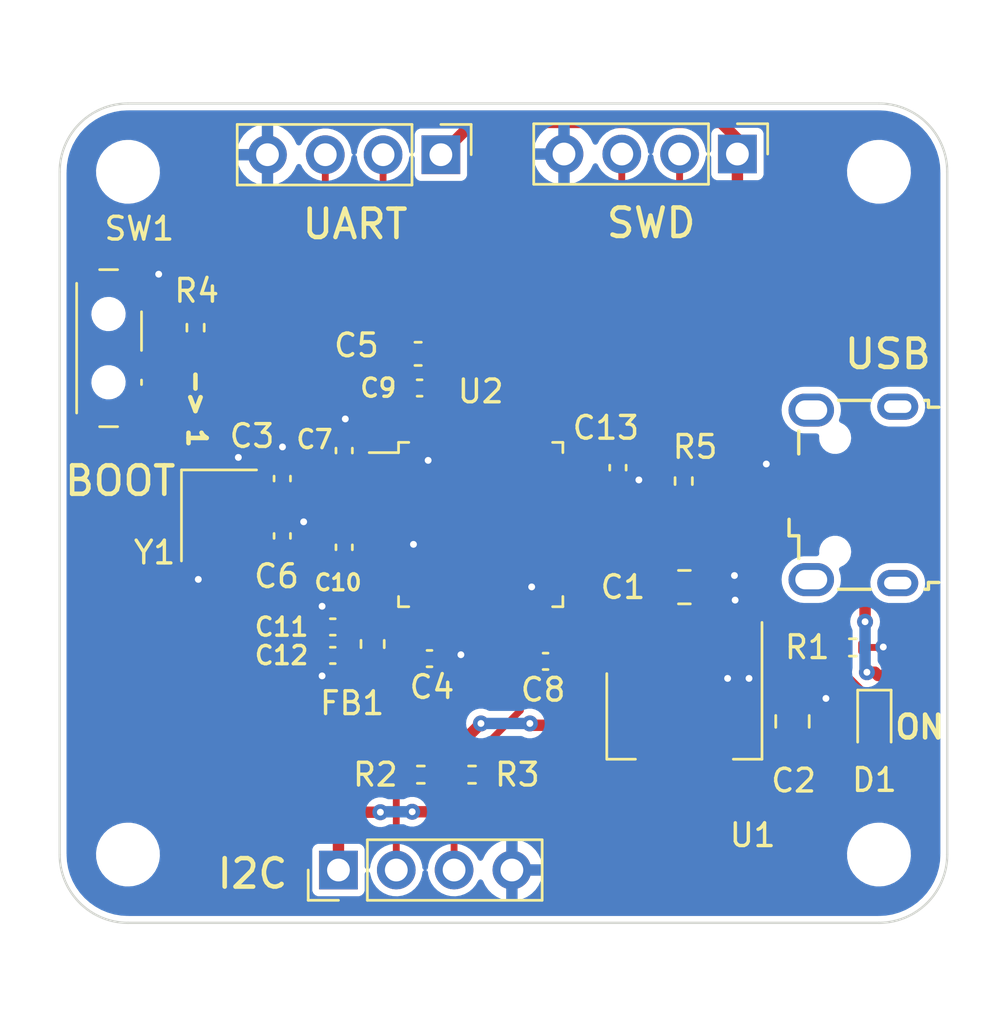
<source format=kicad_pcb>
(kicad_pcb (version 20211014) (generator pcbnew)
  (layers (0 "F.Cu" signal) (31 "B.Cu" power) (34 "B.Paste" user) (35 "F.Paste" user) (36 "B.SilkS" user "B.Silkscreen") (37 "F.SilkS" user "F.Silkscreen") (38 "B.Mask" user) (39 "F.Mask" user) (44 "Edge.Cuts" user))
  (net 0 "")
  (net 1 "VBUS")
  (net 2 "GND")
  (net 3 "+3.3V")
  (net 4 "/HSE_IN")
  (net 5 "/NRST")
  (net 6 "/HSE_OUT")
  (net 7 "+3.3VA")
  (net 8 "/PWR_LED_K")
  (net 9 "/USART1_TX")
  (net 10 "/USART1_RX")
  (net 11 "/I2C2_SCL")
  (net 12 "/I2C2_SDA")
  (net 13 "/SWDIO")
  (net 14 "/SWCLK")
  (net 15 "/USB_D-")
  (net 16 "/USB_D+")
  (net 19 "/SW_BOOT0")
  (net 20 "/BOOT0")
  (footprint "Connector_PinHeader_2.54mm:PinHeader_1x04_P2.54mm_Vertical" (layer "F.Cu") (at 37.25 69.25 -90)
    (fp_text reference "J1")
    (fp_text value "Conn_01x04_Male")
    (fp_line (start -1.33 -1.33) (end 0 -1.33) (layer "F.SilkS") (width 0.12))
    (fp_line (start 1.33 1.27) (end 1.33 8.95) (layer "F.SilkS") (width 0.12))
    (fp_line (start -1.33 0) (end -1.33 -1.33) (layer "F.SilkS") (width 0.12))
    (fp_line (start -1.33 8.95) (end 1.33 8.95) (layer "F.SilkS") (width 0.12))
    (fp_line (start -1.33 1.27) (end -1.33 8.95) (layer "F.SilkS") (width 0.12))
    (fp_line (start -1.33 1.27) (end 1.33 1.27) (layer "F.SilkS") (width 0.12))
    (pad "1" thru_hole rect (at 0 0 270) (size 1.7 1.7) (drill 1) (layers *.Cu *.Mask) (net 3 "+3.3V"))
    (pad "2" thru_hole oval (at 0 2.54 270) (size 1.7 1.7) (drill 1) (layers *.Cu *.Mask) (net 9 "/USART1_TX"))
    (pad "3" thru_hole oval (at 0 5.08 270) (size 1.7 1.7) (drill 1) (layers *.Cu *.Mask) (net 10 "/USART1_RX"))
    (pad "4" thru_hole oval (at 0 7.62 270) (size 1.7 1.7) (drill 1) (layers *.Cu *.Mask) (net 2 "GND"))
  )
  (footprint "Capacitor_SMD:C_0402_1005Metric" (layer "F.Cu") (at 32.5 91.25 180)
    (fp_text reference "C12" (at 2.25 0) (layer "F.SilkS") (effects (font (size 0.8 0.8))))
    (fp_text value "1u")
    (fp_line (start -0.107836 0.36) (end 0.107836 0.36) (layer "F.SilkS") (width 0.12))
    (fp_line (start -0.107836 -0.36) (end 0.107836 -0.36) (layer "F.SilkS") (width 0.12))
    (pad "1" smd roundrect (at -0.48 0 180) (size 0.56 0.62) (layers "F.Cu" "F.Paste" "F.Mask") (net 3 "+3.3V"))
    (pad "2" smd roundrect (at 0.48 0 180) (size 0.56 0.62) (layers "F.Cu" "F.Paste" "F.Mask") (net 2 "GND"))
  )
  (footprint "Button_Switch_SMD:SW_SPDT_PCM12" (layer "F.Cu") (at 22.975 77.75 -90)
    (fp_text reference "SW1" (at -5.25 -1.025 180) (layer "F.SilkS"))
    (fp_text value "SW_SPDT")
    (fp_line (start 1.4 -1.12) (end 1.6 -1.12) (layer "F.SilkS") (width 0.12))
    (fp_line (start 3.45 0.72) (end 3.45 -0.07) (layer "F.SilkS") (width 0.12))
    (fp_line (start -1.6 -1.12) (end 0.1 -1.12) (layer "F.SilkS") (width 0.12))
    (fp_line (start -3.45 -0.07) (end -3.45 0.72) (layer "F.SilkS") (width 0.12))
    (fp_line (start -2.85 1.73) (end 2.85 1.73) (layer "F.SilkS") (width 0.12))
    (pad "" np_thru_hole circle (at 1.5 0.33 270) (size 0.9 0.9) (drill 0.9) (layers *.Cu *.Mask))
    (pad "" np_thru_hole circle (at -1.5 0.33 270) (size 0.9 0.9) (drill 0.9) (layers *.Cu *.Mask))
    (pad "" smd rect (at 3.65 1.43 270) (size 1 0.8) (layers "F.Cu" "F.Paste" "F.Mask"))
    (pad "" smd rect (at 3.65 -0.78 270) (size 1 0.8) (layers "F.Cu" "F.Paste" "F.Mask"))
    (pad "" smd rect (at -3.65 1.43 270) (size 1 0.8) (layers "F.Cu" "F.Paste" "F.Mask"))
    (pad "" smd rect (at -3.65 -0.78 270) (size 1 0.8) (layers "F.Cu" "F.Paste" "F.Mask"))
    (pad "1" smd rect (at -2.25 -1.43 270) (size 0.7 1.5) (layers "F.Cu" "F.Paste" "F.Mask") (net 2 "GND"))
    (pad "2" smd rect (at 0.75 -1.43 270) (size 0.7 1.5) (layers "F.Cu" "F.Paste" "F.Mask") (net 19 "/SW_BOOT0"))
    (pad "3" smd rect (at 2.25 -1.43 270) (size 0.7 1.5) (layers "F.Cu" "F.Paste" "F.Mask") (net 3 "+3.3V"))
  )
  (footprint "LED_SMD:LED_0603_1608Metric" (layer "F.Cu") (at 56.3 94.26 -90)
    (fp_text reference "D1" (at 2.4625 0 180) (layer "F.SilkS"))
    (fp_text value "RED")
    (fp_line (start 0.8 -0.735) (end -1.485 -0.735) (layer "F.SilkS") (width 0.12))
    (fp_line (start -1.485 0.735) (end 0.8 0.735) (layer "F.SilkS") (width 0.12))
    (fp_line (start -1.485 -0.735) (end -1.485 0.735) (layer "F.SilkS") (width 0.12))
    (pad "1" smd roundrect (at -0.7875 0 270) (size 0.875 0.95) (layers "F.Cu" "F.Paste" "F.Mask") (net 8 "/PWR_LED_K"))
    (pad "2" smd roundrect (at 0.7875 0 270) (size 0.875 0.95) (layers "F.Cu" "F.Paste" "F.Mask") (net 3 "+3.3V"))
  )
  (footprint "MountingHole:MountingHole_2.2mm_M2" (layer "F.Cu") (at 56.5 70)
    (fp_text reference "H3")
    (fp_text value "MountingHole")
    (pad "" np_thru_hole circle (at 0 0) (size 2.2 2.2) (drill 2.2) (layers *.Cu *.Mask))
  )
  (footprint "Resistor_SMD:R_0402_1005Metric" (layer "F.Cu") (at 38.62 96.49)
    (fp_text reference "R3" (at 1.99 0) (layer "F.SilkS"))
    (fp_text value "1k5")
    (fp_line (start -0.153641 -0.38) (end 0.153641 -0.38) (layer "F.SilkS") (width 0.12))
    (fp_line (start -0.153641 0.38) (end 0.153641 0.38) (layer "F.SilkS") (width 0.12))
    (pad "1" smd roundrect (at -0.51 0) (size 0.54 0.64) (layers "F.Cu" "F.Paste" "F.Mask") (net 3 "+3.3V"))
    (pad "2" smd roundrect (at 0.51 0) (size 0.54 0.64) (layers "F.Cu" "F.Paste" "F.Mask") (net 12 "/I2C2_SDA"))
  )
  (footprint "Capacitor_SMD:C_0402_1005Metric" (layer "F.Cu") (at 30.28 83.48 90)
    (fp_text reference "C3" (at 1.87 -1.33 180) (layer "F.SilkS"))
    (fp_text value "10p")
    (fp_line (start -0.107836 -0.36) (end 0.107836 -0.36) (layer "F.SilkS") (width 0.12))
    (fp_line (start -0.107836 0.36) (end 0.107836 0.36) (layer "F.SilkS") (width 0.12))
    (pad "1" smd roundrect (at -0.48 0 90) (size 0.56 0.62) (layers "F.Cu" "F.Paste" "F.Mask") (net 4 "/HSE_IN"))
    (pad "2" smd roundrect (at 0.48 0 90) (size 0.56 0.62) (layers "F.Cu" "F.Paste" "F.Mask") (net 2 "GND"))
  )
  (footprint "Capacitor_SMD:C_0402_1005Metric" (layer "F.Cu") (at 45.03 83 -90)
    (fp_text reference "C13" (at -1.75 0.53 180) (layer "F.SilkS"))
    (fp_text value "100n")
    (fp_line (start -0.107836 0.36) (end 0.107836 0.36) (layer "F.SilkS") (width 0.12))
    (fp_line (start -0.107836 -0.36) (end 0.107836 -0.36) (layer "F.SilkS") (width 0.12))
    (pad "1" smd roundrect (at -0.48 0 270) (size 0.56 0.62) (layers "F.Cu" "F.Paste" "F.Mask") (net 3 "+3.3V"))
    (pad "2" smd roundrect (at 0.48 0 270) (size 0.56 0.62) (layers "F.Cu" "F.Paste" "F.Mask") (net 2 "GND"))
  )
  (footprint "MountingHole:MountingHole_2.2mm_M2" (layer "F.Cu") (at 56.5 100)
    (fp_text reference "H4")
    (fp_text value "MountingHole")
    (pad "" np_thru_hole circle (at 0 0) (size 2.2 2.2) (drill 2.2) (layers *.Cu *.Mask))
  )
  (footprint "MountingHole:MountingHole_2.2mm_M2" (layer "F.Cu") (at 23.5 70)
    (fp_text reference "H2")
    (fp_text value "MountingHole")
    (pad "" np_thru_hole circle (at 0 0) (size 2.2 2.2) (drill 2.2) (layers *.Cu *.Mask))
  )
  (footprint "Capacitor_SMD:C_0603_1608Metric" (layer "F.Cu") (at 36.25 78)
    (fp_text reference "C5" (at -2.71 -0.37) (layer "F.SilkS"))
    (fp_text value "10u")
    (fp_line (start -0.14058 0.51) (end 0.14058 0.51) (layer "F.SilkS") (width 0.12))
    (fp_line (start -0.14058 -0.51) (end 0.14058 -0.51) (layer "F.SilkS") (width 0.12))
    (pad "1" smd roundrect (at -0.775 0) (size 0.9 0.95) (layers "F.Cu" "F.Paste" "F.Mask") (net 3 "+3.3V"))
    (pad "2" smd roundrect (at 0.775 0) (size 0.9 0.95) (layers "F.Cu" "F.Paste" "F.Mask") (net 2 "GND"))
  )
  (footprint "Capacitor_SMD:C_0805_2012Metric" (layer "F.Cu") (at 52.7 94.15 90)
    (fp_text reference "C2" (at -2.6 0.05 180) (layer "F.SilkS"))
    (fp_text value "22u")
    (fp_line (start -0.261252 0.735) (end 0.261252 0.735) (layer "F.SilkS") (width 0.12))
    (fp_line (start -0.261252 -0.735) (end 0.261252 -0.735) (layer "F.SilkS") (width 0.12))
    (pad "1" smd roundrect (at -0.95 0 90) (size 1 1.45) (layers "F.Cu" "F.Paste" "F.Mask") (net 3 "+3.3V"))
    (pad "2" smd roundrect (at 0.95 0 90) (size 1 1.45) (layers "F.Cu" "F.Paste" "F.Mask") (net 2 "GND"))
  )
  (footprint "Capacitor_SMD:C_0805_2012Metric" (layer "F.Cu") (at 47.95 88.25)
    (fp_text reference "C1" (at -2.7 0) (layer "F.SilkS"))
    (fp_text value "22u")
    (fp_line (start -0.261252 0.735) (end 0.261252 0.735) (layer "F.SilkS") (width 0.12))
    (fp_line (start -0.261252 -0.735) (end 0.261252 -0.735) (layer "F.SilkS") (width 0.12))
    (pad "1" smd roundrect (at -0.95 0) (size 1 1.45) (layers "F.Cu" "F.Paste" "F.Mask") (net 1 "VBUS"))
    (pad "2" smd roundrect (at 0.95 0) (size 1 1.45) (layers "F.Cu" "F.Paste" "F.Mask") (net 2 "GND"))
  )
  (footprint "Resistor_SMD:R_0402_1005Metric" (layer "F.Cu") (at 55.35 90.9)
    (fp_text reference "R1" (at -2 -0.01) (layer "F.SilkS"))
    (fp_text value "1k5")
    (fp_line (start -0.153641 -0.38) (end 0.153641 -0.38) (layer "F.SilkS") (width 0.12))
    (fp_line (start -0.153641 0.38) (end 0.153641 0.38) (layer "F.SilkS") (width 0.12))
    (pad "1" smd roundrect (at -0.51 0) (size 0.54 0.64) (layers "F.Cu" "F.Paste" "F.Mask") (net 8 "/PWR_LED_K"))
    (pad "2" smd roundrect (at 0.51 0) (size 0.54 0.64) (layers "F.Cu" "F.Paste" "F.Mask") (net 2 "GND"))
  )
  (footprint "Inductor_SMD:L_0603_1608Metric" (layer "F.Cu") (at 34.25 90.75 -90)
    (fp_text reference "FB1" (at 2.6 0.9 180) (layer "F.SilkS"))
    (fp_text value "120R")
    (fp_line (start -0.162779 0.51) (end 0.162779 0.51) (layer "F.SilkS") (width 0.12))
    (fp_line (start -0.162779 -0.51) (end 0.162779 -0.51) (layer "F.SilkS") (width 0.12))
    (pad "1" smd roundrect (at -0.7875 0 270) (size 0.875 0.95) (layers "F.Cu" "F.Paste" "F.Mask") (net 7 "+3.3VA"))
    (pad "2" smd roundrect (at 0.7875 0 270) (size 0.875 0.95) (layers "F.Cu" "F.Paste" "F.Mask") (net 3 "+3.3V"))
  )
  (footprint "Connector_PinHeader_2.54mm:PinHeader_1x04_P2.54mm_Vertical" (layer "F.Cu") (at 32.75 100.68 90)
    (fp_text reference "J2")
    (fp_text value "Conn_01x04_Male")
    (fp_line (start -1.33 1.27) (end 1.33 1.27) (layer "F.SilkS") (width 0.12))
    (fp_line (start -1.33 0) (end -1.33 -1.33) (layer "F.SilkS") (width 0.12))
    (fp_line (start -1.33 8.95) (end 1.33 8.95) (layer "F.SilkS") (width 0.12))
    (fp_line (start -1.33 1.27) (end -1.33 8.95) (layer "F.SilkS") (width 0.12))
    (fp_line (start 1.33 1.27) (end 1.33 8.95) (layer "F.SilkS") (width 0.12))
    (fp_line (start -1.33 -1.33) (end 0 -1.33) (layer "F.SilkS") (width 0.12))
    (pad "1" thru_hole rect (at 0 0 90) (size 1.7 1.7) (drill 1) (layers *.Cu *.Mask) (net 3 "+3.3V"))
    (pad "2" thru_hole oval (at 0 2.54 90) (size 1.7 1.7) (drill 1) (layers *.Cu *.Mask) (net 11 "/I2C2_SCL"))
    (pad "3" thru_hole oval (at 0 5.08 90) (size 1.7 1.7) (drill 1) (layers *.Cu *.Mask) (net 12 "/I2C2_SDA"))
    (pad "4" thru_hole oval (at 0 7.62 90) (size 1.7 1.7) (drill 1) (layers *.Cu *.Mask) (net 2 "GND"))
  )
  (footprint "Connector_USB:USB_Micro-B_Wuerth_629105150521" (layer "F.Cu") (at 55.375 84.195 90)
    (fp_text reference "J4")
    (fp_text value "USB_B_Micro")
    (fp_line (start -1.8 -2.4) (end -2.8 -2.4) (layer "F.SilkS") (width 0.15))
    (fp_line (start -1.075 -2.825) (end -1.8 -2.825) (layer "F.SilkS") (width 0.15))
    (fp_line (start -4.15 3.3) (end -3.85 3.3) (layer "F.SilkS") (width 0.15))
    (fp_line (start 1.8 -2.4) (end 2.8 -2.4) (layer "F.SilkS") (width 0.15))
    (fp_line (start -4.15 -0.65) (end -4.15 0.75) (layer "F.SilkS") (width 0.15))
    (fp_line (start -4.15 3.15) (end -4.15 3.3) (layer "F.SilkS") (width 0.15))
    (fp_line (start 4.15 3.3) (end 4.15 3.15) (layer "F.SilkS") (width 0.15))
    (fp_line (start 3.85 3.3) (end 4.15 3.3) (layer "F.SilkS") (width 0.15))
    (fp_line (start 4.15 0.75) (end 4.15 -0.65) (layer "F.SilkS") (width 0.15))
    (fp_line (start -1.8 -2.825) (end -1.8 -2.4) (layer "F.SilkS") (width 0.15))
    (fp_line (start -3.85 3.3) (end -3.85 3.75) (layer "F.SilkS") (width 0.15))
    (fp_line (start 3.85 3.75) (end 3.85 3.3) (layer "F.SilkS") (width 0.15))
    (pad "" np_thru_hole oval (at -2.5 -0.8 90) (size 0.8 0.8) (drill 0.8) (layers *.Cu *.Mask))
    (pad "" np_thru_hole oval (at 2.5 -0.8 90) (size 0.8 0.8) (drill 0.8) (layers *.Cu *.Mask))
    (pad "1" smd rect (at -1.3 -1.9 90) (size 0.45 1.3) (layers "F.Cu" "F.Paste" "F.Mask") (net 1 "VBUS"))
    (pad "2" smd rect (at -0.65 -1.9 90) (size 0.45 1.3) (layers "F.Cu" "F.Paste" "F.Mask") (net 15 "/USB_D-"))
    (pad "3" smd rect (at 0 -1.9 90) (size 0.45 1.3) (layers "F.Cu" "F.Paste" "F.Mask") (net 16 "/USB_D+"))
    (pad "4" smd rect (at 0.65 -1.9 90) (size 0.45 1.3) (layers "F.Cu" "F.Paste" "F.Mask"))
    (pad "5" smd rect (at 1.3 -1.9 90) (size 0.45 1.3) (layers "F.Cu" "F.Paste" "F.Mask") (net 2 "GND"))
    (pad "6" thru_hole oval (at -3.725 -1.85 90) (size 1.45 2) (drill oval 0.85 1.4) (layers *.Cu *.Mask))
    (pad "6" thru_hole oval (at 3.725 -1.85 90) (size 1.45 2) (drill oval 0.85 1.4) (layers *.Cu *.Mask))
    (pad "6" thru_hole oval (at 3.875 1.95 90) (size 1.15 1.8) (drill oval 0.55 1.2) (layers *.Cu *.Mask))
    (pad "6" thru_hole oval (at -3.875 1.95 90) (size 1.15 1.8) (drill oval 0.55 1.2) (layers *.Cu *.Mask))
  )
  (footprint "Package_QFP:LQFP-48_7x7mm_P0.5mm" (layer "F.Cu") (at 39 85.5)
    (fp_text reference "U2" (at 0 -5.85) (layer "F.SilkS"))
    (fp_text value "STM32F103C6Tx")
    (fp_line (start -3.16 -3.61) (end -3.61 -3.61) (layer "F.SilkS") (width 0.12))
    (fp_line (start -3.61 -3.61) (end -3.61 -3.16) (layer "F.SilkS") (width 0.12))
    (fp_line (start 3.16 3.61) (end 3.61 3.61) (layer "F.SilkS") (width 0.12))
    (fp_line (start -3.16 3.61) (end -3.61 3.61) (layer "F.SilkS") (width 0.12))
    (fp_line (start -3.61 3.61) (end -3.61 3.16) (layer "F.SilkS") (width 0.12))
    (fp_line (start -3.61 -3.16) (end -4.9 -3.16) (layer "F.SilkS") (width 0.12))
    (fp_line (start 3.61 -3.61) (end 3.61 -3.16) (layer "F.SilkS") (width 0.12))
    (fp_line (start 3.16 -3.61) (end 3.61 -3.61) (layer "F.SilkS") (width 0.12))
    (fp_line (start 3.61 3.61) (end 3.61 3.16) (layer "F.SilkS") (width 0.12))
    (pad "1" smd roundrect (at -4.1625 -2.75) (size 1.475 0.3) (layers "F.Cu" "F.Paste" "F.Mask") (net 3 "+3.3V"))
    (pad "2" smd roundrect (at -4.1625 -2.25) (size 1.475 0.3) (layers "F.Cu" "F.Paste" "F.Mask"))
    (pad "3" smd roundrect (at -4.1625 -1.75) (size 1.475 0.3) (layers "F.Cu" "F.Paste" "F.Mask"))
    (pad "4" smd roundrect (at -4.1625 -1.25) (size 1.475 0.3) (layers "F.Cu" "F.Paste" "F.Mask"))
    (pad "5" smd roundrect (at -4.1625 -0.75) (size 1.475 0.3) (layers "F.Cu" "F.Paste" "F.Mask") (net 4 "/HSE_IN"))
    (pad "6" smd roundrect (at -4.1625 -0.25) (size 1.475 0.3) (layers "F.Cu" "F.Paste" "F.Mask") (net 6 "/HSE_OUT"))
    (pad "7" smd roundrect (at -4.1625 0.25) (size 1.475 0.3) (layers "F.Cu" "F.Paste" "F.Mask") (net 5 "/NRST"))
    (pad "8" smd roundrect (at -4.1625 0.75) (size 1.475 0.3) (layers "F.Cu" "F.Paste" "F.Mask") (net 2 "GND"))
    (pad "9" smd roundrect (at -4.1625 1.25) (size 1.475 0.3) (layers "F.Cu" "F.Paste" "F.Mask") (net 7 "+3.3VA"))
    (pad "10" smd roundrect (at -4.1625 1.75) (size 1.475 0.3) (layers "F.Cu" "F.Paste" "F.Mask"))
    (pad "11" smd roundrect (at -4.1625 2.25) (size 1.475 0.3) (layers "F.Cu" "F.Paste" "F.Mask"))
    (pad "12" smd roundrect (at -4.1625 2.75) (size 1.475 0.3) (layers "F.Cu" "F.Paste" "F.Mask"))
    (pad "13" smd roundrect (at -2.75 4.1625) (size 0.3 1.475) (layers "F.Cu" "F.Paste" "F.Mask"))
    (pad "14" smd roundrect (at -2.25 4.1625) (size 0.3 1.475) (layers "F.Cu" "F.Paste" "F.Mask"))
    (pad "15" smd roundrect (at -1.75 4.1625) (size 0.3 1.475) (layers "F.Cu" "F.Paste" "F.Mask"))
    (pad "16" smd roundrect (at -1.25 4.1625) (size 0.3 1.475) (layers "F.Cu" "F.Paste" "F.Mask"))
    (pad "17" smd roundrect (at -0.75 4.1625) (size 0.3 1.475) (layers "F.Cu" "F.Paste" "F.Mask"))
    (pad "18" smd roundrect (at -0.25 4.1625) (size 0.3 1.475) (layers "F.Cu" "F.Paste" "F.Mask"))
    (pad "19" smd roundrect (at 0.25 4.1625) (size 0.3 1.475) (layers "F.Cu" "F.Paste" "F.Mask"))
    (pad "20" smd roundrect (at 0.75 4.1625) (size 0.3 1.475) (layers "F.Cu" "F.Paste" "F.Mask"))
    (pad "21" smd roundrect (at 1.25 4.1625) (size 0.3 1.475) (layers "F.Cu" "F.Paste" "F.Mask") (net 11 "/I2C2_SCL"))
    (pad "22" smd roundrect (at 1.75 4.1625) (size 0.3 1.475) (layers "F.Cu" "F.Paste" "F.Mask") (net 12 "/I2C2_SDA"))
    (pad "23" smd roundrect (at 2.25 4.1625) (size 0.3 1.475) (layers "F.Cu" "F.Paste" "F.Mask") (net 2 "GND"))
    (pad "24" smd roundrect (at 2.75 4.1625) (size 0.3 1.475) (layers "F.Cu" "F.Paste" "F.Mask") (net 3 "+3.3V"))
    (pad "25" smd roundrect (at 4.1625 2.75) (size 1.475 0.3) (layers "F.Cu" "F.Paste" "F.Mask"))
    (pad "26" smd roundrect (at 4.1625 2.25) (size 1.475 0.3) (layers "F.Cu" "F.Paste" "F.Mask"))
    (pad "27" smd roundrect (at 4.1625 1.75) (size 1.475 0.3) (layers "F.Cu" "F.Paste" "F.Mask"))
    (pad "28" smd roundrect (at 4.1625 1.25) (size 1.475 0.3) (layers "F.Cu" "F.Paste" "F.Mask"))
    (pad "29" smd roundrect (at 4.1625 0.75) (size 1.475 0.3) (layers "F.Cu" "F.Paste" "F.Mask"))
    (pad "30" smd roundrect (at 4.1625 0.25) (size 1.475 0.3) (layers "F.Cu" "F.Paste" "F.Mask"))
    (pad "31" smd roundrect (at 4.1625 -0.25) (size 1.475 0.3) (layers "F.Cu" "F.Paste" "F.Mask"))
    (pad "32" smd roundrect (at 4.1625 -0.75) (size 1.475 0.3) (layers "F.Cu" "F.Paste" "F.Mask") (net 15 "/USB_D-"))
    (pad "33" smd roundrect (at 4.1625 -1.25) (size 1.475 0.3) (layers "F.Cu" "F.Paste" "F.Mask") (net 16 "/USB_D+"))
    (pad "34" smd roundrect (at 4.1625 -1.75) (size 1.475 0.3) (layers "F.Cu" "F.Paste" "F.Mask") (net 13 "/SWDIO"))
    (pad "35" smd roundrect (at 4.1625 -2.25) (size 1.475 0.3) (layers "F.Cu" "F.Paste" "F.Mask") (net 2 "GND"))
    (pad "36" smd roundrect (at 4.1625 -2.75) (size 1.475 0.3) (layers "F.Cu" "F.Paste" "F.Mask") (net 3 "+3.3V"))
    (pad "37" smd roundrect (at 2.75 -4.1625) (size 0.3 1.475) (layers "F.Cu" "F.Paste" "F.Mask") (net 14 "/SWCLK"))
    (pad "38" smd roundrect (at 2.25 -4.1625) (size 0.3 1.475) (layers "F.Cu" "F.Paste" "F.Mask"))
    (pad "39" smd roundrect (at 1.75 -4.1625) (size 0.3 1.475) (layers "F.Cu" "F.Paste" "F.Mask"))
    (pad "40" smd roundrect (at 1.25 -4.1625) (size 0.3 1.475) (layers "F.Cu" "F.Paste" "F.Mask"))
    (pad "41" smd roundrect (at 0.75 -4.1625) (size 0.3 1.475) (layers "F.Cu" "F.Paste" "F.Mask"))
    (pad "42" smd roundrect (at 0.25 -4.1625) (size 0.3 1.475) (layers "F.Cu" "F.Paste" "F.Mask") (net 9 "/USART1_TX"))
    (pad "43" smd roundrect (at -0.25 -4.1625) (size 0.3 1.475) (layers "F.Cu" "F.Paste" "F.Mask") (net 10 "/USART1_RX"))
    (pad "44" smd roundrect (at -0.75 -4.1625) (size 0.3 1.475) (layers "F.Cu" "F.Paste" "F.Mask") (net 20 "/BOOT0"))
    (pad "45" smd roundrect (at -1.25 -4.1625) (size 0.3 1.475) (layers "F.Cu" "F.Paste" "F.Mask"))
    (pad "46" smd roundrect (at -1.75 -4.1625) (size 0.3 1.475) (layers "F.Cu" "F.Paste" "F.Mask"))
    (pad "47" smd roundrect (at -2.25 -4.1625) (size 0.3 1.475) (layers "F.Cu" "F.Paste" "F.Mask") (net 2 "GND"))
    (pad "48" smd roundrect (at -2.75 -4.1625) (size 0.3 1.475) (layers "F.Cu" "F.Paste" "F.Mask") (net 3 "+3.3V"))
  )
  (footprint "Capacitor_SMD:C_0402_1005Metric" (layer "F.Cu") (at 41.85 91.51 180)
    (fp_text reference "C8" (at 0.107836 -1.25) (layer "F.SilkS"))
    (fp_text value "100n")
    (fp_line (start -0.107836 -0.36) (end 0.107836 -0.36) (layer "F.SilkS") (width 0.12))
    (fp_line (start -0.107836 0.36) (end 0.107836 0.36) (layer "F.SilkS") (width 0.12))
    (pad "1" smd roundrect (at -0.48 0 180) (size 0.56 0.62) (layers "F.Cu" "F.Paste" "F.Mask") (net 3 "+3.3V"))
    (pad "2" smd roundrect (at 0.48 0 180) (size 0.56 0.62) (layers "F.Cu" "F.Paste" "F.Mask") (net 2 "GND"))
  )
  (footprint "MountingHole:MountingHole_2.2mm_M2" (layer "F.Cu") (at 23.5 100)
    (fp_text reference "H1")
    (fp_text value "MountingHole")
    (pad "" np_thru_hole circle (at 0 0) (size 2.2 2.2) (drill 2.2) (layers *.Cu *.Mask))
  )
  (footprint "Capacitor_SMD:C_0402_1005Metric" (layer "F.Cu") (at 36.314852 79.5)
    (fp_text reference "C9" (at -1.814852 0) (layer "F.SilkS") (effects (font (size 0.8 0.8))))
    (fp_text value "100n")
    (fp_line (start -0.107836 0.36) (end 0.107836 0.36) (layer "F.SilkS") (width 0.12))
    (fp_line (start -0.107836 -0.36) (end 0.107836 -0.36) (layer "F.SilkS") (width 0.12))
    (pad "1" smd roundrect (at -0.48 0) (size 0.56 0.62) (layers "F.Cu" "F.Paste" "F.Mask") (net 3 "+3.3V"))
    (pad "2" smd roundrect (at 0.48 0) (size 0.56 0.62) (layers "F.Cu" "F.Paste" "F.Mask") (net 2 "GND"))
  )
  (footprint "Connector_PinHeader_2.54mm:PinHeader_1x04_P2.54mm_Vertical" (layer "F.Cu") (at 50.28 69.22 -90)
    (fp_text reference "J3")
    (fp_text value "Conn_01x04_Male")
    (fp_line (start -1.33 1.27) (end -1.33 8.95) (layer "F.SilkS") (width 0.12))
    (fp_line (start 1.33 1.27) (end 1.33 8.95) (layer "F.SilkS") (width 0.12))
    (fp_line (start -1.33 8.95) (end 1.33 8.95) (layer "F.SilkS") (width 0.12))
    (fp_line (start -1.33 1.27) (end 1.33 1.27) (layer "F.SilkS") (width 0.12))
    (fp_line (start -1.33 -1.33) (end 0 -1.33) (layer "F.SilkS") (width 0.12))
    (fp_line (start -1.33 0) (end -1.33 -1.33) (layer "F.SilkS") (width 0.12))
    (pad "1" thru_hole rect (at 0 0 270) (size 1.7 1.7) (drill 1) (layers *.Cu *.Mask) (net 3 "+3.3V"))
    (pad "2" thru_hole oval (at 0 2.54 270) (size 1.7 1.7) (drill 1) (layers *.Cu *.Mask) (net 13 "/SWDIO"))
    (pad "3" thru_hole oval (at 0 5.08 270) (size 1.7 1.7) (drill 1) (layers *.Cu *.Mask) (net 14 "/SWCLK"))
    (pad "4" thru_hole oval (at 0 7.62 270) (size 1.7 1.7) (drill 1) (layers *.Cu *.Mask) (net 2 "GND"))
  )
  (footprint "Resistor_SMD:R_0402_1005Metric" (layer "F.Cu") (at 47.92 83.59 -90)
    (fp_text reference "R5" (at -1.5 -0.5 180) (layer "F.SilkS"))
    (fp_text value "1k5")
    (fp_line (start -0.153641 -0.38) (end 0.153641 -0.38) (layer "F.SilkS") (width 0.12))
    (fp_line (start -0.153641 0.38) (end 0.153641 0.38) (layer "F.SilkS") (width 0.12))
    (pad "1" smd roundrect (at -0.51 0 270) (size 0.54 0.64) (layers "F.Cu" "F.Paste" "F.Mask") (net 3 "+3.3V"))
    (pad "2" smd roundrect (at 0.51 0 270) (size 0.54 0.64) (layers "F.Cu" "F.Paste" "F.Mask") (net 16 "/USB_D+"))
  )
  (footprint "Package_TO_SOT_SMD:SOT-223-3_TabPin2" (layer "F.Cu") (at 47.95 93.9 -90)
    (fp_text reference "U1" (at 5.25 -3 180) (layer "F.SilkS"))
    (fp_text value "AMS1117-3.3")
    (fp_line (start -1.85 3.41) (end 1.91 3.41) (layer "F.SilkS") (width 0.12))
    (fp_line (start -4.1 -3.41) (end 1.91 -3.41) (layer "F.SilkS") (width 0.12))
    (fp_line (start 1.91 3.41) (end 1.91 2.15) (layer "F.SilkS") (width 0.12))
    (fp_line (start 1.91 -3.41) (end 1.91 -2.15) (layer "F.SilkS") (width 0.12))
    (pad "1" smd rect (at -3.15 -2.3 270) (size 2 1.5) (layers "F.Cu" "F.Paste" "F.Mask") (net 2 "GND"))
    (pad "2" smd rect (at 3.15 0 270) (size 2 3.8) (layers "F.Cu" "F.Paste" "F.Mask") (net 3 "+3.3V"))
    (pad "2" smd rect (at -3.15 0 270) (size 2 1.5) (layers "F.Cu" "F.Paste" "F.Mask") (net 3 "+3.3V"))
    (pad "3" smd rect (at -3.15 2.3 270) (size 2 1.5) (layers "F.Cu" "F.Paste" "F.Mask") (net 1 "VBUS"))
  )
  (footprint "Capacitor_SMD:C_0402_1005Metric" (layer "F.Cu") (at 32.5 90 180)
    (fp_text reference "C11" (at 2.25 0) (layer "F.SilkS") (effects (font (size 0.8 0.8))))
    (fp_text value "1u")
    (fp_line (start -0.107836 -0.36) (end 0.107836 -0.36) (layer "F.SilkS") (width 0.12))
    (fp_line (start -0.107836 0.36) (end 0.107836 0.36) (layer "F.SilkS") (width 0.12))
    (pad "1" smd roundrect (at -0.48 0 180) (size 0.56 0.62) (layers "F.Cu" "F.Paste" "F.Mask") (net 7 "+3.3VA"))
    (pad "2" smd roundrect (at 0.48 0 180) (size 0.56 0.62) (layers "F.Cu" "F.Paste" "F.Mask") (net 2 "GND"))
  )
  (footprint "Resistor_SMD:R_0402_1005Metric" (layer "F.Cu") (at 36.37 96.49 180)
    (fp_text reference "R2" (at 2 0) (layer "F.SilkS"))
    (fp_text value "1k5")
    (fp_line (start -0.153641 0.38) (end 0.153641 0.38) (layer "F.SilkS") (width 0.12))
    (fp_line (start -0.153641 -0.38) (end 0.153641 -0.38) (layer "F.SilkS") (width 0.12))
    (pad "1" smd roundrect (at -0.51 0 180) (size 0.54 0.64) (layers "F.Cu" "F.Paste" "F.Mask") (net 3 "+3.3V"))
    (pad "2" smd roundrect (at 0.51 0 180) (size 0.54 0.64) (layers "F.Cu" "F.Paste" "F.Mask") (net 11 "/I2C2_SCL"))
  )
  (footprint "Capacitor_SMD:C_0402_1005Metric" (layer "F.Cu") (at 36.75 91.39)
    (fp_text reference "C4" (at 0.107836 1.25) (layer "F.SilkS"))
    (fp_text value "100n")
    (fp_line (start -0.107836 -0.36) (end 0.107836 -0.36) (layer "F.SilkS") (width 0.12))
    (fp_line (start -0.107836 0.36) (end 0.107836 0.36) (layer "F.SilkS") (width 0.12))
    (pad "1" smd roundrect (at -0.48 0) (size 0.56 0.62) (layers "F.Cu" "F.Paste" "F.Mask") (net 5 "/NRST"))
    (pad "2" smd roundrect (at 0.48 0) (size 0.56 0.62) (layers "F.Cu" "F.Paste" "F.Mask") (net 2 "GND"))
  )
  (footprint "Capacitor_SMD:C_0402_1005Metric" (layer "F.Cu") (at 33 86.5 90)
    (fp_text reference "C10" (at -1.55 -0.27 180) (layer "F.SilkS") (effects (font (size 0.7 0.7))))
    (fp_text value "10n")
    (fp_line (start -0.107836 -0.36) (end 0.107836 -0.36) (layer "F.SilkS") (width 0.12))
    (fp_line (start -0.107836 0.36) (end 0.107836 0.36) (layer "F.SilkS") (width 0.12))
    (pad "1" smd roundrect (at -0.48 0 90) (size 0.56 0.62) (layers "F.Cu" "F.Paste" "F.Mask") (net 7 "+3.3VA"))
    (pad "2" smd roundrect (at 0.48 0 90) (size 0.56 0.62) (layers "F.Cu" "F.Paste" "F.Mask") (net 2 "GND"))
  )
  (footprint "Capacitor_SMD:C_0402_1005Metric" (layer "F.Cu") (at 33 82.25 90)
    (fp_text reference "C7" (at 0.49 -1.3 180) (layer "F.SilkS") (effects (font (size 0.8 0.8))))
    (fp_text value "100n")
    (fp_line (start -0.107836 -0.36) (end 0.107836 -0.36) (layer "F.SilkS") (width 0.12))
    (fp_line (start -0.107836 0.36) (end 0.107836 0.36) (layer "F.SilkS") (width 0.12))
    (pad "1" smd roundrect (at -0.48 0 90) (size 0.56 0.62) (layers "F.Cu" "F.Paste" "F.Mask") (net 3 "+3.3V"))
    (pad "2" smd roundrect (at 0.48 0 90) (size 0.56 0.62) (layers "F.Cu" "F.Paste" "F.Mask") (net 2 "GND"))
  )
  (footprint "Crystal:Crystal_SMD_3225-4Pin_3.2x2.5mm" (layer "F.Cu") (at 27.5 85.1 -90)
    (fp_text reference "Y1" (at 1.63 2.83 180) (layer "F.SilkS"))
    (fp_text value "16MHz")
    (fp_line (start -2 1.65) (end 2 1.65) (layer "F.SilkS") (width 0.12))
    (fp_line (start -2 -1.65) (end -2 1.65) (layer "F.SilkS") (width 0.12))
    (pad "1" smd rect (at -1.1 0.85 270) (size 1.4 1.2) (layers "F.Cu" "F.Paste" "F.Mask") (net 4 "/HSE_IN"))
    (pad "2" smd rect (at 1.1 0.85 270) (size 1.4 1.2) (layers "F.Cu" "F.Paste" "F.Mask") (net 2 "GND"))
    (pad "3" smd rect (at 1.1 -0.85 270) (size 1.4 1.2) (layers "F.Cu" "F.Paste" "F.Mask") (net 6 "/HSE_OUT"))
    (pad "4" smd rect (at -1.1 -0.85 270) (size 1.4 1.2) (layers "F.Cu" "F.Paste" "F.Mask") (net 2 "GND"))
  )
  (footprint "Resistor_SMD:R_0402_1005Metric" (layer "F.Cu") (at 26.47 76.85 90)
    (fp_text reference "R4" (at 1.62 0.05 180) (layer "F.SilkS"))
    (fp_text value "10k")
    (fp_line (start -0.153641 0.38) (end 0.153641 0.38) (layer "F.SilkS") (width 0.12))
    (fp_line (start -0.153641 -0.38) (end 0.153641 -0.38) (layer "F.SilkS") (width 0.12))
    (pad "1" smd roundrect (at -0.51 0 90) (size 0.54 0.64) (layers "F.Cu" "F.Paste" "F.Mask") (net 19 "/SW_BOOT0"))
    (pad "2" smd roundrect (at 0.51 0 90) (size 0.54 0.64) (layers "F.Cu" "F.Paste" "F.Mask") (net 20 "/BOOT0"))
  )
  (footprint "Capacitor_SMD:C_0402_1005Metric" (layer "F.Cu") (at 30.28 86 90)
    (fp_text reference "C6" (at -1.77 -0.25 180) (layer "F.SilkS"))
    (fp_text value "10p")
    (fp_line (start -0.107836 -0.36) (end 0.107836 -0.36) (layer "F.SilkS") (width 0.12))
    (fp_line (start -0.107836 0.36) (end 0.107836 0.36) (layer "F.SilkS") (width 0.12))
    (pad "1" smd roundrect (at -0.48 0 90) (size 0.56 0.62) (layers "F.Cu" "F.Paste" "F.Mask") (net 6 "/HSE_OUT"))
    (pad "2" smd roundrect (at 0.48 0 90) (size 0.56 0.62) (layers "F.Cu" "F.Paste" "F.Mask") (net 2 "GND"))
  )
  (gr_arc (start 59.5 100) (mid 58.62132 102.12132) (end 56.5 103) (layer "Edge.Cuts") (width 0.1))
  (gr_arc (start 56.5 67) (mid 58.62132 67.87868) (end 59.5 70) (layer "Edge.Cuts") (width 0.1))
  (gr_line (start 23.5 103) (end 56.5 103) (layer "Edge.Cuts") (width 0.1))
  (gr_line (start 20.5 70) (end 20.5 100) (layer "Edge.Cuts") (width 0.1))
  (gr_line (start 59.5 100) (end 59.5 70) (layer "Edge.Cuts") (width 0.1))
  (gr_arc (start 23.5 103) (mid 21.37868 102.12132) (end 20.5 100) (layer "Edge.Cuts") (width 0.1))
  (gr_line (start 23.5 67) (end 56.5 67) (layer "Edge.Cuts") (width 0.1))
  (gr_arc (start 20.5 70) (mid 21.37868 67.87868) (end 23.5 67) (layer "Edge.Cuts") (width 0.1))
  (gr_text "ON" (at 58.29 94.4) (layer "F.SilkS") (effects (font (size 1 1) (thickness 0.2))))
  (gr_text "SWD" (at 46.49 72.25) (layer "F.SilkS") (effects (font (size 1.25 1.25) (thickness 0.2))))
  (gr_text "BOOT" (at 23.16 83.58) (layer "F.SilkS") (effects (font (size 1.25 1.25) (thickness 0.2))))
  (gr_text "UART" (at 33.48 72.3) (layer "F.SilkS") (effects (font (size 1.25 1.25) (thickness 0.2))))
  (gr_text "USB" (at 56.89 78.01) (layer "F.SilkS") (effects (font (size 1.25 1.25) (thickness 0.2))))
  (gr_text "-> 1" (at 26.52 80.4 -90) (layer "F.SilkS") (effects (font (size 0.8 0.8) (thickness 0.2))))
  (gr_text "I2C" (at 28.97 100.84) (layer "F.SilkS") (effects (font (size 1.25 1.25) (thickness 0.2))))
  (segment (start 37.025 78) (end 37.025 78.725) (width 0.5) (layer "F.Cu") (net 2))
  (segment (start 43.1625 83.25) (end 44.25 83.25) (width 0.3) (layer "F.Cu") (net 2))
  (segment (start 32.02 89.1) (end 32.03 89.09) (width 0.3) (layer "F.Cu") (net 2))
  (segment (start 41.25 88.25) (end 41.24 88.24) (width 0.3) (layer "F.Cu") (net 2))
  (segment (start 44.5 83.5) (end 45.01 83.5) (width 0.3) (layer "F.Cu") (net 2))
  (segment (start 36.794852 78.955148) (end 36.794852 79.5) (width 0.5) (layer "F.Cu") (net 2))
  (segment (start 45.01 83.5) (end 45.03 83.48) (width 0.3) (layer "F.Cu") (net 2))
  (segment (start 53.475 82.895) (end 51.605 82.895) (width 0.3) (layer "F.Cu") (net 2))
  (segment (start 37.025 78.725) (end 36.794852 78.955148) (width 0.5) (layer "F.Cu") (net 2))
  (segment (start 41.25 89.6625) (end 41.25 91.39) (width 0.3) (layer "F.Cu") (net 2))
  (segment (start 33.75 86.25) (end 33.5 86) (width 0.3) (layer "F.Cu") (net 2))
  (segment (start 36.75 81.3375) (end 36.75 82.62) (width 0.3) (layer "F.Cu") (net 2))
  (segment (start 30.28 82.1) (end 30.29 82.09) (width 0.3) (layer "F.Cu") (net 2))
  (segment (start 32.02 90) (end 32.02 89.1) (width 0.3) (layer "F.Cu") (net 2))
  (segment (start 33.02 86) (end 33 86.02) (width 0.3) (layer "F.Cu") (net 2))
  (segment (start 30.28 83) (end 30.28 82.1) (width 0.3) (layer "F.Cu") (net 2))
  (segment (start 37.96 91.39) (end 38.13 91.22) (width 0.3) (layer "F.Cu") (net 2))
  (segment (start 51.605 82.895) (end 51.55 82.84) (width 0.3) (layer "F.Cu") (net 2))
  (segment (start 41.25 89.6625) (end 41.25 88.25) (width 0.3) (layer "F.Cu") (net 2))
  (segment (start 33 80.91) (end 33.05 80.86) (width 0.3) (layer "F.Cu") (net 2))
  (segment (start 45.89 83.48) (end 45.95 83.54) (width 0.3) (layer "F.Cu") (net 2))
  (segment (start 56.6695 90.9) (end 56.6895 90.88) (width 0.3) (layer "F.Cu") (net 2))
  (segment (start 33 81.77) (end 33 80.91) (width 0.3) (layer "F.Cu") (net 2))
  (segment (start 26.65 87.85) (end 26.59 87.91) (width 0.5) (layer "F.Cu") (net 2))
  (segment (start 24.405 75.5) (end 24.405 74.945) (width 0.3) (layer "F.Cu") (net 2))
  (segment (start 35.924798 86.25) (end 36.045153 86.370355) (width 0.3) (layer "F.Cu") (net 2))
  (segment (start 36.75 81.3375) (end 36.75 80.498959) (width 0.3) (layer "F.Cu") (net 2))
  (segment (start 28.35 84) (end 28.35 82.55) (width 0.3) (layer "F.Cu") (net 2))
  (segment (start 31.08 85.52) (end 31.22 85.38) (width 0.3) (layer "F.Cu") (net 2))
  (segment (start 34.8375 86.25) (end 33.75 86.25) (width 0.3) (layer "F.Cu") (net 2))
  (segment (start 45.03 83.48) (end 45.89 83.48) (width 0.3) (layer "F.Cu") (net 2))
  (segment (start 41.25 91.39) (end 41.37 91.51) (width 0.3) (layer "F.Cu") (net 2))
  (segment (start 36.75 80.498959) (end 36.825 80.423959) (width 0.3) (layer "F.Cu") (net 2))
  (segment (start 37.23 91.39) (end 37.96 91.39) (width 0.3) (layer "F.Cu") (net 2))
  (segment (start 36.75 82.62) (end 36.69 82.68) (width 0.3) (layer "F.Cu") (net 2))
  (segment (start 32.02 92.14) (end 32.03 92.15) (width 0.3) (layer "F.Cu") (net 2))
  (segment (start 34.8375 86.25) (end 35.924798 86.25) (width 0.3) (layer "F.Cu") (net 2))
  (segment (start 32.02 91.25) (end 32.02 92.14) (width 0.3) (layer "F.Cu") (net 2))
  (segment (start 30.28 85.52) (end 31.08 85.52) (width 0.3) (layer "F.Cu") (net 2))
  (segment (start 33.5 86) (end 33.02 86) (width 0.3) (layer "F.Cu") (net 2))
  (segment (start 24.405 74.945) (end 24.85 74.5) (width 0.3) (layer "F.Cu") (net 2))
  (segment (start 36.825 80.423959) (end 36.825 79.530148) (width 0.3) (layer "F.Cu") (net 2))
  (segment (start 44.25 83.25) (end 44.5 83.5) (width 0.3) (layer "F.Cu") (net 2))
  (segment (start 26.65 86.2) (end 26.65 87.85) (width 0.5) (layer "F.Cu") (net 2))
  (segment (start 55.86 90.9) (end 56.6695 90.9) (width 0.3) (layer "F.Cu") (net 2))
  (segment (start 36.825 79.530148) (end 36.794852 79.5) (width 0.3) (layer "F.Cu") (net 2))
  (via (at 50.79 92.26) (size 0.7) (drill 0.3) (layers "F.Cu" "B.Cu") (net 2))
  (via (at 49.85 92.26) (size 0.7) (drill 0.3) (layers "F.Cu" "B.Cu") (net 2))
  (via (at 51.55 82.84) (size 0.7) (drill 0.3) (layers "F.Cu" "B.Cu") (net 2))
  (via (at 33.05 80.86) (size 0.7) (drill 0.3) (layers "F.Cu" "B.Cu") (net 2))
  (via (at 26.59 87.91) (size 0.7) (drill 0.3) (layers "F.Cu" "B.Cu") (net 2))
  (via (at 32.03 89.09) (size 0.7) (drill 0.3) (layers "F.Cu" "B.Cu") (net 2))
  (via (at 45.95 83.54) (size 0.7) (drill 0.3) (layers "F.Cu" "B.Cu") (net 2))
  (via (at 28.35 82.55) (size 0.7) (drill 0.3) (layers "F.Cu" "B.Cu") (net 2))
  (via (at 50.18 88.82) (size 0.7) (drill 0.3) (layers "F.Cu" "B.Cu") (net 2))
  (via (at 54.17 93.14) (size 0.7) (drill 0.3) (layers "F.Cu" "B.Cu") (net 2))
  (via (at 24.85 74.5) (size 0.7) (drill 0.3) (layers "F.Cu" "B.Cu") (net 2))
  (via (at 32.03 92.15) (size 0.7) (drill 0.3) (layers "F.Cu" "B.Cu") (net 2))
  (via (at 41.24 88.24) (size 0.7) (drill 0.3) (layers "F.Cu" "B.Cu") (net 2))
  (via (at 31.22 85.38) (size 0.7) (drill 0.3) (layers "F.Cu" "B.Cu") (net 2))
  (via (at 30.29 82.09) (size 0.7) (drill 0.3) (layers "F.Cu" "B.Cu") (net 2))
  (via (at 36.045153 86.370355) (size 0.7) (drill 0.3) (layers "F.Cu" "B.Cu") (net 2))
  (via (at 36.69 82.68) (size 0.7) (drill 0.3) (layers "F.Cu" "B.Cu") (net 2))
  (via (at 50.15 87.74) (size 0.7) (drill 0.3) (layers "F.Cu" "B.Cu") (net 2))
  (via (at 56.6895 90.88) (size 0.7) (drill 0.3) (layers "F.Cu" "B.Cu") (net 2))
  (via (at 38.13 91.22) (size 0.7) (drill 0.3) (layers "F.Cu" "B.Cu") (net 2))
  (segment (start 39.01 94.24) (end 38.11 95.14) (width 0.5) (layer "F.Cu") (net 3))
  (segment (start 24.79 82.51) (end 24.81 82.51) (width 0.5) (layer "F.Cu") (net 3))
  (segment (start 50.28 68.56) (end 50.28 69.22) (width 0.5) (layer "F.Cu") (net 3))
  (segment (start 30.92 98.2) (end 32.75 98.2) (width 0.5) (layer "F.Cu") (net 3))
  (segment (start 33.02 82.75) (end 33 82.73) (width 0.3) (layer "F.Cu") (net 3))
  (segment (start 41.75 89.6625) (end 41.75 90.46) (width 0.3) (layer "F.Cu") (net 3))
  (segment (start 52.745 76.435) (end 55.64 79.33) (width 0.5) (layer "F.Cu") (net 3))
  (segment (start 24.405 80) (end 24.79 80.385) (width 0.5) (layer "F.Cu") (net 3))
  (segment (start 45.01 82.5) (end 45.03 82.52) (width 0.3) (layer "F.Cu") (net 3))
  (segment (start 56.2475 95.1) (end 56.3 95.0475) (width 0.5) (layer "F.Cu") (net 3))
  (segment (start 47.92 81.26) (end 52.745 76.435) (width 0.5) (layer "F.Cu") (net 3))
  (segment (start 54.65 97.18) (end 50.42 101.41) (width 0.5) (layer "F.Cu") (net 3))
  (segment (start 47.92 81.26) (end 46.29 81.26) (width 0.5) (layer "F.Cu") (net 3))
  (segment (start 35.475 78) (end 35.475 78.725) (width 0.5) (layer "F.Cu") (net 3))
  (segment (start 43.08 94.32) (end 41.24 94.32) (width 0.5) (layer "F.Cu") (net 3))
  (segment (start 52.7 95.1) (end 54.65 95.1) (width 0.5) (layer "F.Cu") (net 3))
  (segment (start 42.33 91.04) (end 42.33 91.51) (width 0.3) (layer "F.Cu") (net 3))
  (segment (start 50.28 69.22) (end 50.28 73.97) (width 0.5) (layer "F.Cu") (net 3))
  (segment (start 55.64 88.22) (end 55.89 88.47) (width 0.5) (layer "F.Cu") (net 3))
  (segment (start 50.28 73.97) (end 52.745 76.435) (width 0.5) (layer "F.Cu") (net 3))
  (segment (start 37.25 69.25) (end 38.67 67.83) (width 0.5) (layer "F.Cu") (net 3))
  (segment (start 55.89 88.47) (end 55.89 89.77) (width 0.5) (layer "F.Cu") (net 3))
  (segment (start 29.32 78) (end 32.34 78) (width 0.5) (layer "F.Cu") (net 3))
  (segment (start 44.25 82.5) (end 45.01 82.5) (width 0.3) (layer "F.Cu") (net 3))
  (segment (start 34.5905 98.14) (end 32.81 98.14) (width 0.5) (layer "F.Cu") (net 3))
  (segment (start 36.25 81.3375) (end 36.25 80.5) (width 0.3) (layer "F.Cu") (net 3))
  (segment (start 34.25 94.41) (end 32.75 95.91) (width 0.5) (layer "F.Cu") (net 3))
  (segment (start 32.75 96.37) (end 30.92 98.2) (width 0.5) (layer "F.Cu") (net 3))
  (segment (start 43.08 94.32) (end 43.08 92.26) (width 0.5) (layer "F.Cu") (net 3))
  (segment (start 28.33 98.2) (end 30.92 98.2) (width 0.5) (layer "F.Cu") (net 3))
  (segment (start 35.75 80) (end 35.75 79.584852) (width 0.3) (layer "F.Cu") (net 3))
  (segment (start 24.81 82.51) (end 29.32 78) (width 0.5) (layer "F.Cu") (net 3))
  (segment (start 43.1625 82.75) (end 44 82.75) (width 0.3) (layer "F.Cu") (net 3))
  (segment (start 41.24 94.32) (end 41.16 94.24) (width 0.5) (layer "F.Cu") (net 3))
  (segment (start 38.11 95.14) (end 38.11 96.49) (width 0.5) (layer "F.Cu") (net 3))
  (segment (start 32.75 98.2) (end 32.75 100.68) (width 0.5) (layer "F.Cu") (net 3))
  (segment (start 34.25 94.41) (end 34.25 91.5375) (width 0.5) (layer "F.Cu") (net 3))
  (segment (start 43.08 92.26) (end 42.33 91.51) (width 0.5) (layer "F.Cu") (net 3))
  (segment (start 36.25 80.5) (end 35.75 80) (width 0.3) (layer "F.Cu") (net 3))
  (segment (start 43.08 99.79) (end 43.08 94.32) (width 0.5) (layer "F.Cu") (net 3))
  (segment (start 35.834852 79.084852) (end 35.834852 79.5) (width 0.5) (layer "F.Cu") (net 3))
  (segment (start 36.86 98.12) (end 35.9895 98.12) (width 0.5) (layer "F.Cu") (net 3))
  (segment (start 38.67 67.83) (end 49.55 67.83) (width 0.5) (layer "F.Cu") (net 3))
  (segment (start 34.8375 82.75) (end 33.02 82.75) (width 0.3) (layer "F.Cu") (net 3))
  (segment (start 34.8375 82.75) (end 34.8375 80.4975) (width 0.3) (layer "F.Cu") (net 3))
  (segment (start 22.6 92.47) (end 28.33 98.2) (width 0.5) (layer "F.Cu") (net 3))
  (segment (start 58.08 97.18) (end 54.65 97.18) (width 0.5) (layer "F.Cu") (net 3))
  (segment (start 32.75 95.91) (end 32.75 96.37) (width 0.5) (layer "F.Cu") (net 3))
  (segment (start 35.75 79.584852) (end 35.834852 79.5) (width 0.3) (layer "F.Cu") (net 3))
  (segment (start 36.88 96.49) (end 36.88 98.1) (width 0.5) (layer "F.Cu") (net 3))
  (segment (start 33.9625 91.25) (end 34.25 91.5375) (width 0.5) (layer "F.Cu") (net 3))
  (segment (start 49.55 67.83) (end 50.28 68.56) (width 0.5) (layer "F.Cu") (net 3))
  (segment (start 24.79 80.385) (end 24.79 82.51) (width 0.5) (layer "F.Cu") (net 3))
  (segment (start 41.75 90.46) (end 42.33 91.04) (width 0.3) (layer "F.Cu") (net 3))
  (segment (start 44.7 101.41) (end 43.08 99.79) (width 0.5) (layer "F.Cu") (net 3))
  (segment (start 54.65 95.1) (end 56.2475 95.1) (width 0.5) (layer "F.Cu") (net 3))
  (segment (start 47.92 83.08) (end 47.92 81.26) (width 0.5) (layer "F.Cu") (net 3))
  (segment (start 35.475 78.725) (end 35.834852 79.084852) (width 0.5) (layer "F.Cu") (net 3))
  (segment (start 32.98 91.25) (end 33.9625 91.25) (width 0.5) (layer "F.Cu") (net 3))
  (segment (start 46.29 81.26) (end 45.03 82.52) (width 0.5) (layer "F.Cu") (net 3))
  (segment (start 34.8375 80.4975) (end 32.34 78) (width 0.3) (layer "F.Cu") (net 3))
  (segment (start 56.46 92.13) (end 58.42 92.13) (width 0.5) (layer "F.Cu") (net 3))
  (segment (start 36.88 98.1) (end 36.86 98.12) (width 0.5) (layer "F.Cu") (net 3))
  (segment (start 56.32 91.99) (end 56.46 92.13) (width 0.5) (layer "F.Cu") (net 3))
  (segment (start 54.65 95.1) (end 54.65 97.18) (width 0.5) (layer "F.Cu") (net 3))
  (segment (start 22.6 84.7) (end 22.6 92.47) (width 0.5) (layer "F.Cu") (net 3))
  (segment (start 50.42 101.41) (end 44.7 101.41) (width 0.5) (layer "F.Cu") (net 3))
  (segment (start 55.97 91.99) (end 56.32 91.99) (width 0.5) (layer "F.Cu") (net 3))
  (segment (start 24.79 82.51) (end 22.6 84.7) (width 0.5) (layer "F.Cu") (net 3))
  (segment (start 38.11 96.49) (end 36.88 96.49) (width 0.5) (layer "F.Cu") (net 3))
  (segment (start 32.81 98.14) (end 32.75 98.2) (width 0.5) (layer "F.Cu") (net 3))
  (segment (start 44 82.75) (end 44.25 82.5) (width 0.3) (layer "F.Cu") (net 3))
  (segment (start 55.64 79.33) (end 55.64 88.22) (width 0.5) (layer "F.Cu") (net 3))
  (segment (start 58.42 92.13) (end 58.42 96.84) (width 0.5) (layer "F.Cu") (net 3))
  (segment (start 58.42 96.84) (end 58.08 97.18) (width 0.5) (layer "F.Cu") (net 3))
  (segment (start 32.34 78) (end 35.475 78) (width 0.5) (layer "F.Cu") (net 3))
  (via (at 34.5905 98.14) (size 0.7) (drill 0.3) (layers "F.Cu" "B.Cu") (net 3))
  (via (at 55.97 91.99) (size 0.7) (drill 0.3) (layers "F.Cu" "B.Cu") (net 3))
  (via (at 39.01 94.24) (size 0.7) (drill 0.3) (layers "F.Cu" "B.Cu") (net 3))
  (via (at 35.9895 98.12) (size 0.7) (drill 0.3) (layers "F.Cu" "B.Cu") (net 3))
  (via (at 55.89 89.77) (size 0.7) (drill 0.3) (layers "F.Cu" "B.Cu") (net 3))
  (via (at 41.16 94.24) (size 0.7) (drill 0.3) (layers "F.Cu" "B.Cu") (net 3))
  (segment (start 41.16 94.24) (end 39.01 94.24) (width 0.5) (layer "B.Cu") (net 3))
  (segment (start 35.9895 98.12) (end 34.72 98.12) (width 0.5) (layer "B.Cu") (net 3))
  (segment (start 34.72 98.12) (end 34.7 98.14) (width 0.5) (layer "B.Cu") (net 3))
  (segment (start 55.89 91.91) (end 55.97 91.99) (width 0.5) (layer "B.Cu") (net 3))
  (segment (start 55.89 89.77) (end 55.89 91.91) (width 0.5) (layer "B.Cu") (net 3))
  (segment (start 34.7 98.14) (end 34.5905 98.14) (width 0.5) (layer "B.Cu") (net 3))
  (segment (start 34.8375 84.75) (end 33.75 84.75) (width 0.3) (layer "F.Cu") (net 4))
  (segment (start 27.7 85.15) (end 26.65 84.1) (width 0.3) (layer "F.Cu") (net 4))
  (segment (start 26.65 84.1) (end 26.65 84) (width 0.3) (layer "F.Cu") (net 4))
  (segment (start 33.75 84.75) (end 32.75 83.75) (width 0.3) (layer "F.Cu") (net 4))
  (segment (start 29.09 85.15) (end 27.7 85.15) (width 0.3) (layer "F.Cu") (net 4))
  (segment (start 32.75 83.75) (end 30.49 83.75) (width 0.3) (layer "F.Cu") (net 4))
  (segment (start 30.49 83.75) (end 30.28 83.96) (width 0.3) (layer "F.Cu") (net 4))
  (segment (start 30.28 83.96) (end 29.09 85.15) (width 0.3) (layer "F.Cu") (net 4))
  (segment (start 35.755203 85.670355) (end 36.335103 85.670355) (width 0.3) (layer "F.Cu") (net 5))
  (segment (start 35.43 91.39) (end 36.27 91.39) (width 0.3) (layer "F.Cu") (net 5))
  (segment (start 36.745153 87.814847) (end 35.43 89.13) (width 0.3) (layer "F.Cu") (net 5))
  (segment (start 35.43 89.13) (end 35.43 91.39) (width 0.3) (layer "F.Cu") (net 5))
  (segment (start 34.8375 85.75) (end 35.675558 85.75) (width 0.3) (layer "F.Cu") (net 5))
  (segment (start 36.745153 86.080405) (end 36.745153 87.814847) (width 0.3) (layer "F.Cu") (net 5))
  (segment (start 35.675558 85.75) (end 35.755203 85.670355) (width 0.3) (layer "F.Cu") (net 5))
  (segment (start 36.335103 85.670355) (end 36.745153 86.080405) (width 0.3) (layer "F.Cu") (net 5))
  (segment (start 30.3 86.5) (end 30.28 86.48) (width 0.3) (layer "F.Cu") (net 6))
  (segment (start 32.5 85.25) (end 31.25 86.5) (width 0.3) (layer "F.Cu") (net 6))
  (segment (start 31.25 86.5) (end 30.3 86.5) (width 0.3) (layer "F.Cu") (net 6))
  (segment (start 30.28 86.48) (end 28.63 86.48) (width 0.3) (layer "F.Cu") (net 6))
  (segment (start 28.63 86.48) (end 28.35 86.2) (width 0.3) (layer "F.Cu") (net 6))
  (segment (start 34.8375 85.25) (end 32.5 85.25) (width 0.3) (layer "F.Cu") (net 6))
  (segment (start 33.0175 89.9625) (end 32.98 90) (width 0.5) (layer "F.Cu") (net 7))
  (segment (start 33.5 87) (end 33.02 87) (width 0.3) (layer "F.Cu") (net 7))
  (segment (start 33.02 87) (end 33 86.98) (width 0.3) (layer "F.Cu") (net 7))
  (segment (start 33 89.98) (end 32.98 90) (width 0.3) (layer "F.Cu") (net 7))
  (segment (start 34.25 89.9625) (end 33.0175 89.9625) (width 0.5) (layer "F.Cu") (net 7))
  (segment (start 34.8375 86.75) (end 33.75 86.75) (width 0.3) (layer "F.Cu") (net 7))
  (segment (start 33.75 86.75) (end 33.5 87) (width 0.3) (layer "F.Cu") (net 7))
  (segment (start 33 86.98) (end 33 89.98) (width 0.3) (layer "F.Cu") (net 7))
  (segment (start 54.84 92.0125) (end 56.3 93.4725) (width 0.5) (layer "F.Cu") (net 8))
  (segment (start 54.84 90.9) (end 54.84 92.0125) (width 0.5) (layer "F.Cu") (net 8))
  (segment (start 40.18 73.12) (end 38.38 71.32) (width 0.3) (layer "F.Cu") (net 9))
  (segment (start 38.38 71.32) (end 34.7 71.32) (width 0.3) (layer "F.Cu") (net 9))
  (segment (start 34.7 71.32) (end 34.71 71.31) (width 0.3) (layer "F.Cu") (net 9))
  (segment (start 34.71 71.31) (end 34.71 69.25) (width 0.3) (layer "F.Cu") (net 9))
  (segment (start 39.25 80.45) (end 40.18 79.52) (width 0.3) (layer "F.Cu") (net 9))
  (segment (start 39.25 81.3375) (end 39.25 80.45) (width 0.3) (layer "F.Cu") (net 9))
  (segment (start 40.18 79.52) (end 40.18 73.12) (width 0.3) (layer "F.Cu") (net 9))
  (segment (start 32.13 72.06) (end 32.17 72.02) (width 0.3) (layer "F.Cu") (net 10))
  (segment (start 39.21 79.55) (end 39.21 74.09) (width 0.3) (layer "F.Cu") (net 10))
  (segment (start 38.75 81.3375) (end 38.75 79.84) (width 0.3) (layer "F.Cu") (net 10))
  (segment (start 38.92 79.84) (end 39.21 79.55) (width 0.3) (layer "F.Cu") (net 10))
  (segment (start 38.75 79.84) (end 38.92 79.84) (width 0.3) (layer "F.Cu") (net 10))
  (segment (start 39.21 74.09) (end 38.04 72.92) (width 0.3) (layer "F.Cu") (net 10))
  (segment (start 32.17 72.02) (end 32.17 69.25) (width 0.3) (layer "F.Cu") (net 10))
  (segment (start 38.04 72.92) (end 32.13 72.92) (width 0.3) (layer "F.Cu") (net 10))
  (segment (start 32.13 72.92) (end 32.13 72.06) (width 0.3) (layer "F.Cu") (net 10))
  (segment (start 40.25 90.919928) (end 35.86 95.309928) (width 0.3) (layer "F.Cu") (net 11))
  (segment (start 35.29 97.06) (end 35.29 100.68) (width 0.3) (layer "F.Cu") (net 11))
  (segment (start 35.86 95.309928) (end 35.86 96.49) (width 0.3) (layer "F.Cu") (net 11))
  (segment (start 40.25 89.6625) (end 40.25 90.919928) (width 0.3) (layer "F.Cu") (net 11))
  (segment (start 35.86 96.49) (end 35.29 97.06) (width 0.3) (layer "F.Cu") (net 11))
  (segment (start 40.75 89.6625) (end 40.75 91.127035) (width 0.3) (layer "F.Cu") (net 12))
  (segment (start 39.12 96.48) (end 39.13 96.49) (width 0.3) (layer "F.Cu") (net 12))
  (segment (start 37.83 98.48) (end 37.83 100.68) (width 0.3) (layer "F.Cu") (net 12))
  (segment (start 39.12 95.26) (end 39.12 96.48) (width 0.3) (layer "F.Cu") (net 12))
  (segment (start 40.74 93.67) (end 39.15 95.26) (width 0.3) (layer "F.Cu") (net 12))
  (segment (start 40.74 91.137035) (end 40.74 93.67) (width 0.3) (layer "F.Cu") (net 12))
  (segment (start 39.15 95.26) (end 39.12 95.26) (width 0.3) (layer "F.Cu") (net 12))
  (segment (start 39.13 97.18) (end 37.83 98.48) (width 0.3) (layer "F.Cu") (net 12))
  (segment (start 40.75 91.127035) (end 40.74 91.137035) (width 0.3) (layer "F.Cu") (net 12))
  (segment (start 39.13 96.49) (end 39.13 97.18) (width 0.3) (layer "F.Cu") (net 12))
  (segment (start 43.1625 83.75) (end 42.323959 83.75) (width 0.3) (layer "F.Cu") (net 13))
  (segment (start 42.075 82.351041) (end 47.74 76.686041) (width 0.3) (layer "F.Cu") (net 13))
  (segment (start 42.323959 83.75) (end 42.075 83.501041) (width 0.3) (layer "F.Cu") (net 13))
  (segment (start 42.075 83.501041) (end 42.075 82.351041) (width 0.3) (layer "F.Cu") (net 13))
  (segment (start 47.74 76.686041) (end 47.74 69.22) (width 0.3) (layer "F.Cu") (net 13))
  (segment (start 41.75 79.52) (end 45.2 76.07) (width 0.3) (layer "F.Cu") (net 14))
  (segment (start 41.75 81.3375) (end 41.75 79.52) (width 0.3) (layer "F.Cu") (net 14))
  (segment (start 45.2 76.07) (end 45.2 69.22) (width 0.3) (layer "F.Cu") (net 14))
  (segment (start 43.187499 84.725001) (end 53.38 84.725) (width 0.2) (layer "F.Cu") (net 15))
  (segment (start 43.1625 84.75) (end 43.187499 84.725001) (width 0.2) (layer "F.Cu") (net 15))
  (segment (start 43.187499 84.274999) (end 53.38 84.275) (width 0.2) (layer "F.Cu") (net 16))
  (segment (start 43.1625 84.25) (end 43.187499 84.274999) (width 0.2) (layer "F.Cu") (net 16))
  (segment (start 24.405 78.5) (end 25.33 78.5) (width 0.3) (layer "F.Cu") (net 19))
  (segment (start 25.33 78.5) (end 26.47 77.36) (width 0.3) (layer "F.Cu") (net 19))
  (segment (start 36.14 74.58) (end 26.7 74.58) (width 0.3) (layer "F.Cu") (net 20))
  (segment (start 26.47 76.34) (end 26.47 74.81) (width 0.3) (layer "F.Cu") (net 20))
  (segment (start 38.25 81.3375) (end 38.25 76.69) (width 0.3) (layer "F.Cu") (net 20))
  (segment (start 38.25 76.69) (end 36.14 74.58) (width 0.3) (layer "F.Cu") (net 20))
  (segment (start 26.7 74.58) (end 26.47 74.81) (width 0.3) (layer "F.Cu") (net 20))
  (zone (net 2) (net_name "GND") (layer "F.Cu") (connect_pads yes (clearance 0.3)) (min_thickness 0.25) (fill yes (thermal_gap 0.508) (thermal_bridge_width 0.508))
    (polygon (pts (xy 51.09 87.87) (xy 51.4 88.35) (xy 51.38 92.25) (xy 54.59 92.25) (xy 54.59 94.23) (xy 49.06 94.15) (xy 49.11 89.37) (xy 48.08 89.29) (xy 48.05 87.24) (xy 50.4 87.18)))
  )
  (zone (net 2) (net_name "GND") (layer "B.Cu") (connect_pads (clearance 0.3)) (min_thickness 0.25) (fill yes (thermal_gap 0.5) (thermal_bridge_width 0.5))
    (polygon (pts (xy 59.5 103) (xy 20.5 103.25) (xy 20.5 67) (xy 59.5 67)))
  )
)
</source>
